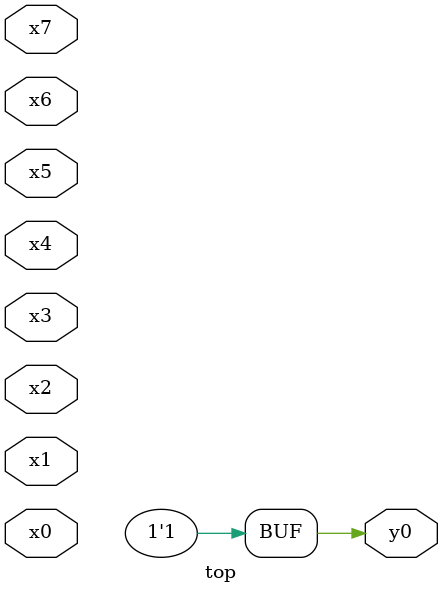
<source format=v>
module top( x0 , x1 , x2 , x3 , x4 , x5 , x6 , x7 , y0 );
  input x0 , x1 , x2 , x3 , x4 , x5 , x6 , x7 ;
  output y0 ;
  assign y0 = ~1'b0 ;
endmodule

</source>
